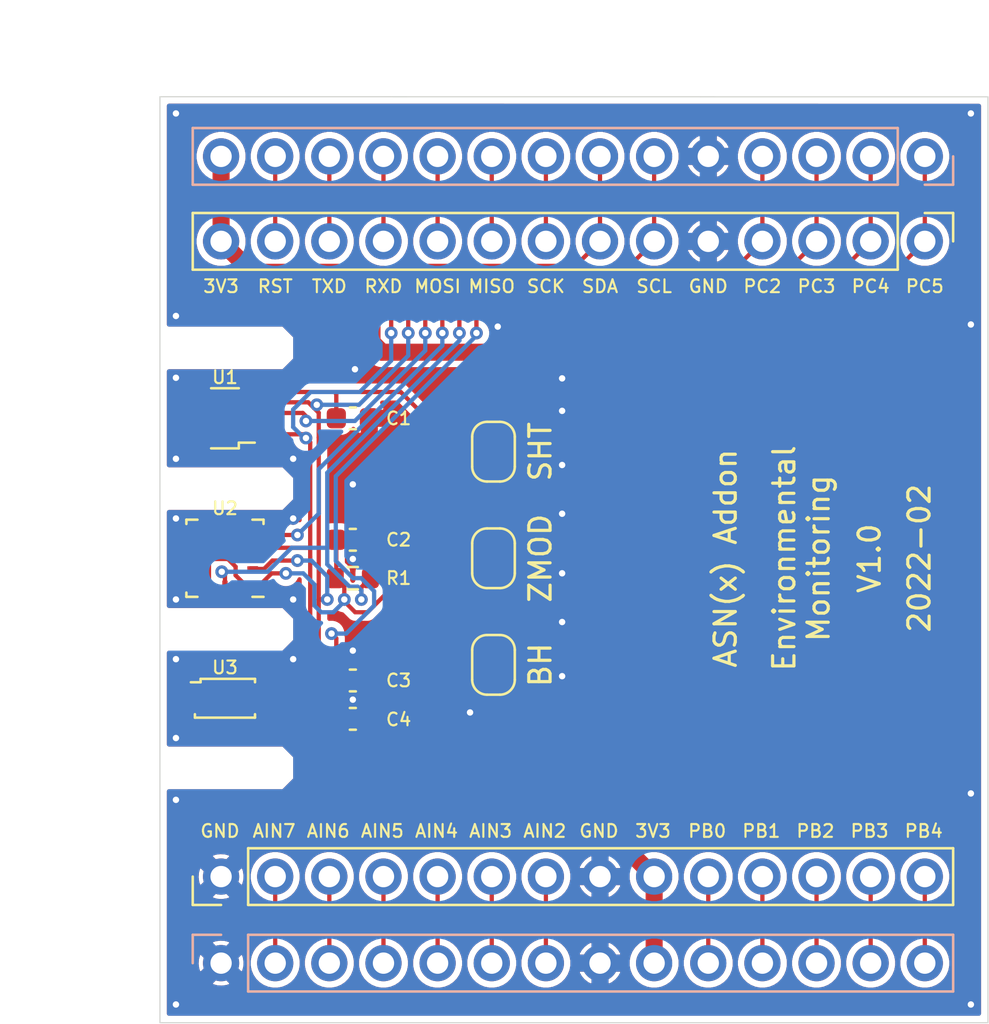
<source format=kicad_pcb>
(kicad_pcb (version 20171130) (host pcbnew 5.1.9+dfsg1-1~bpo10+1)
  (title_block (title "ASN(x) Environmental Monitoring Addon") (date 2022-02-24) (rev 1.0) (company "UAS Technikum Wien"))
  (layers (0 F.Cu signal) (31 B.Cu signal) (34 B.Paste user) (35 F.Paste user) (36 B.SilkS user) (37 F.SilkS user) (38 B.Mask user) (39 F.Mask user) (44 Edge.Cuts user))
  (net 0 "")
  (net 1 GND)
  (net 2 +3V3)
  (net 3 /I2C_SCL)
  (net 4 /I2C_SDA)
  (net 5 /PC5)
  (net 6 /RESET)
  (net 7 /TXD1)
  (net 8 /RXD1)
  (net 9 /SPI_MOSI)
  (net 10 /SPI_MISO)
  (net 11 /SPI_SCK)
  (net 12 /PC2)
  (net 13 /PC3)
  (net 14 /PC4)
  (net 15 /PB4)
  (net 16 /PB3)
  (net 17 /PB2)
  (net 18 /PB1)
  (net 19 /PB0)
  (net 20 /ADC2)
  (net 21 /ADC3)
  (net 22 /ADC4)
  (net 23 /ADC5)
  (net 24 /ADC6)
  (net 25 /ADC7)
  (net 26 /SHT_PWR)
  (net 27 /ZMOD_PWR)
  (net 28 /BH_PWR)
  (module Connector_PinHeader_2.54mm:PinHeader_1x14_P2.54mm_Vertical (layer B.Cu) (at 118.618 124.46 270)
    (fp_text reference J3 hide)
    (fp_text value ADC/GPIO hide)
    (fp_line (start -1.33 -34.35) (end 1.33 -34.35) (layer B.SilkS) (width 0.12))
    (fp_line (start -1.33 -1.27) (end -1.33 -34.35) (layer B.SilkS) (width 0.12))
    (fp_line (start 1.33 -1.27) (end 1.33 -34.35) (layer B.SilkS) (width 0.12))
    (fp_line (start -1.33 -1.27) (end 1.33 -1.27) (layer B.SilkS) (width 0.12))
    (fp_line (start -1.33 0) (end -1.33 1.33) (layer B.SilkS) (width 0.12))
    (fp_line (start -1.33 1.33) (end 0 1.33) (layer B.SilkS) (width 0.12))
    (pad 14 thru_hole oval (at 0 -33.02 270) (size 1.7 1.7) (drill 1) (layers *.Cu *.Mask) (net 15 /PB4))
    (pad 13 thru_hole oval (at 0 -30.48 270) (size 1.7 1.7) (drill 1) (layers *.Cu *.Mask) (net 16 /PB3))
    (pad 12 thru_hole oval (at 0 -27.94 270) (size 1.7 1.7) (drill 1) (layers *.Cu *.Mask) (net 17 /PB2))
    (pad 11 thru_hole oval (at 0 -25.4 270) (size 1.7 1.7) (drill 1) (layers *.Cu *.Mask) (net 18 /PB1))
    (pad 10 thru_hole oval (at 0 -22.86 270) (size 1.7 1.7) (drill 1) (layers *.Cu *.Mask) (net 19 /PB0))
    (pad 9 thru_hole oval (at 0 -20.32 270) (size 1.7 1.7) (drill 1) (layers *.Cu *.Mask) (net 2 +3V3))
    (pad 8 thru_hole oval (at 0 -17.78 270) (size 1.7 1.7) (drill 1) (layers *.Cu *.Mask) (net 1 GND))
    (pad 7 thru_hole oval (at 0 -15.24 270) (size 1.7 1.7) (drill 1) (layers *.Cu *.Mask) (net 20 /ADC2))
    (pad 6 thru_hole oval (at 0 -12.7 270) (size 1.7 1.7) (drill 1) (layers *.Cu *.Mask) (net 21 /ADC3))
    (pad 5 thru_hole oval (at 0 -10.16 270) (size 1.7 1.7) (drill 1) (layers *.Cu *.Mask) (net 22 /ADC4))
    (pad 4 thru_hole oval (at 0 -7.62 270) (size 1.7 1.7) (drill 1) (layers *.Cu *.Mask) (net 23 /ADC5))
    (pad 3 thru_hole oval (at 0 -5.08 270) (size 1.7 1.7) (drill 1) (layers *.Cu *.Mask) (net 24 /ADC6))
    (pad 2 thru_hole oval (at 0 -2.54 270) (size 1.7 1.7) (drill 1) (layers *.Cu *.Mask) (net 25 /ADC7))
    (pad 1 thru_hole circle (at 0 0 270) (size 1.7 1.7) (drill 1) (layers *.Cu *.Mask) (net 1 GND))
  )
  (module Connector_PinHeader_2.54mm:PinHeader_1x14_P2.54mm_Vertical (layer B.Cu) (at 151.638 86.614 90)
    (fp_text reference J1 hide)
    (fp_text value COM/GPIO hide)
    (fp_line (start -1.33 -34.35) (end 1.33 -34.35) (layer B.SilkS) (width 0.12))
    (fp_line (start -1.33 -1.27) (end -1.33 -34.35) (layer B.SilkS) (width 0.12))
    (fp_line (start 1.33 -1.27) (end 1.33 -34.35) (layer B.SilkS) (width 0.12))
    (fp_line (start -1.33 -1.27) (end 1.33 -1.27) (layer B.SilkS) (width 0.12))
    (fp_line (start -1.33 0) (end -1.33 1.33) (layer B.SilkS) (width 0.12))
    (fp_line (start -1.33 1.33) (end 0 1.33) (layer B.SilkS) (width 0.12))
    (pad 14 thru_hole oval (at 0 -33.02 90) (size 1.7 1.7) (drill 1) (layers *.Cu *.Mask) (net 2 +3V3))
    (pad 13 thru_hole oval (at 0 -30.48 90) (size 1.7 1.7) (drill 1) (layers *.Cu *.Mask) (net 6 /RESET))
    (pad 12 thru_hole oval (at 0 -27.94 90) (size 1.7 1.7) (drill 1) (layers *.Cu *.Mask) (net 7 /TXD1))
    (pad 11 thru_hole oval (at 0 -25.4 90) (size 1.7 1.7) (drill 1) (layers *.Cu *.Mask) (net 8 /RXD1))
    (pad 10 thru_hole oval (at 0 -22.86 90) (size 1.7 1.7) (drill 1) (layers *.Cu *.Mask) (net 9 /SPI_MOSI))
    (pad 9 thru_hole oval (at 0 -20.32 90) (size 1.7 1.7) (drill 1) (layers *.Cu *.Mask) (net 10 /SPI_MISO))
    (pad 8 thru_hole oval (at 0 -17.78 90) (size 1.7 1.7) (drill 1) (layers *.Cu *.Mask) (net 11 /SPI_SCK))
    (pad 7 thru_hole oval (at 0 -15.24 90) (size 1.7 1.7) (drill 1) (layers *.Cu *.Mask) (net 4 /I2C_SDA))
    (pad 6 thru_hole oval (at 0 -12.7 90) (size 1.7 1.7) (drill 1) (layers *.Cu *.Mask) (net 3 /I2C_SCL))
    (pad 5 thru_hole oval (at 0 -10.16 90) (size 1.7 1.7) (drill 1) (layers *.Cu *.Mask) (net 1 GND))
    (pad 4 thru_hole oval (at 0 -7.62 90) (size 1.7 1.7) (drill 1) (layers *.Cu *.Mask) (net 12 /PC2))
    (pad 3 thru_hole oval (at 0 -5.08 90) (size 1.7 1.7) (drill 1) (layers *.Cu *.Mask) (net 13 /PC3))
    (pad 2 thru_hole oval (at 0 -2.54 90) (size 1.7 1.7) (drill 1) (layers *.Cu *.Mask) (net 14 /PC4))
    (pad 1 thru_hole circle (at 0 0 90) (size 1.7 1.7) (drill 1) (layers *.Cu *.Mask) (net 5 /PC5))
  )
  (module my_footprints:ZMOD4410-12-LGA (layer F.Cu) (at 118.8 105.467 180)
    (fp_text reference U2 (at 0 2.343) (layer F.SilkS) (effects (font (size 0.6 0.6) (thickness 0.1))))
    (fp_text value ZMOD4410)
    (fp_line (start 1.81 1.81) (end 1.29 1.81) (layer F.SilkS) (width 0.12))
    (fp_line (start 1.81 1.81) (end 1.81 1.61) (layer F.SilkS) (width 0.12))
    (fp_line (start -1.81 1.81) (end -1.29 1.81) (layer F.SilkS) (width 0.12))
    (fp_line (start 1.81 -1.61) (end 1.81 -1.81) (layer F.SilkS) (width 0.12))
    (fp_line (start 1.81 -1.81) (end 1.29 -1.81) (layer F.SilkS) (width 0.12))
    (fp_line (start -1.81 1.81) (end -1.81 1.61) (layer F.SilkS) (width 0.12))
    (fp_line (start -1.81 -1.81) (end -1.29 -1.81) (layer F.SilkS) (width 0.12))
    (pad 1 smd rect (at -1.15 -0.525 45) (size 0.14142 0.14142) (layers F.Cu F.Paste F.Mask) (net 3 /I2C_SCL))
    (pad 1 smd rect (at -1.35 -0.5) (size 0.4 0.25) (layers F.Cu F.Paste F.Mask) (net 3 /I2C_SCL))
    (pad 1 smd rect (at -1.3 -0.45) (size 0.5 0.15) (layers F.Cu F.Paste F.Mask) (net 3 /I2C_SCL))
    (pad 12 smd rect (at -1 -1.3 270) (size 0.5 0.25) (layers F.Cu F.Paste F.Mask) (net 27 /ZMOD_PWR))
    (pad 11 smd rect (at 0 -1.3 270) (size 0.5 0.25) (layers F.Cu F.Paste F.Mask) (net 14 /PC4))
    (pad 10 smd rect (at 1 -1.3 270) (size 0.5 0.25) (layers F.Cu F.Paste F.Mask) (net 27 /ZMOD_PWR))
    (pad 9 smd rect (at 1.3 -0.5 180) (size 0.5 0.25) (layers F.Cu F.Paste F.Mask) (net 1 GND))
    (pad 8 smd rect (at 1.3 0 180) (size 0.5 0.25) (layers F.Cu F.Paste F.Mask))
    (pad 7 smd rect (at 1.3 0.5 180) (size 0.5 0.25) (layers F.Cu F.Paste F.Mask) (net 1 GND))
    (pad 6 smd rect (at 1 1.3 270) (size 0.5 0.25) (layers F.Cu F.Paste F.Mask) (net 1 GND))
    (pad 5 smd rect (at 0 1.3 270) (size 0.5 0.25) (layers F.Cu F.Paste F.Mask) (net 27 /ZMOD_PWR))
    (pad 4 smd rect (at -1 1.3 270) (size 0.5 0.25) (layers F.Cu F.Paste F.Mask))
    (pad 3 smd rect (at -1.3 0.5 180) (size 0.5 0.25) (layers F.Cu F.Paste F.Mask) (net 13 /PC3))
    (pad 2 smd rect (at -1.3 0 180) (size 0.5 0.25) (layers F.Cu F.Paste F.Mask) (net 4 /I2C_SDA))
  )
  (module my_footprints:Sensirion_DFN-8-1EP_2.5x2.5mm_P0.5mm_EP1.1x1.7mm (layer F.Cu) (at 118.8 98.9005 180)
    (fp_text reference U1 (at 0 1.9233) (layer F.SilkS) (effects (font (size 0.6 0.6) (thickness 0.1))))
    (fp_text value SHT30-DIS)
    (fp_line (start -0.65 1.41) (end 0.65 1.41) (layer F.SilkS) (width 0.12))
    (fp_line (start -0.65 -1.41) (end 0.65 -1.41) (layer F.SilkS) (width 0.12))
    (fp_line (start -1.397 -1.143) (end -0.65 -1.143) (layer F.SilkS) (width 0.12))
    (fp_line (start -0.65 -1.41) (end -0.65 -1.143) (layer F.SilkS) (width 0.12))
    (pad 1 smd rect (at -1.175 -0.75 180) (size 0.55 0.25) (layers F.Cu F.Paste F.Mask) (net 4 /I2C_SDA))
    (pad 2 smd rect (at -1.175 -0.25 180) (size 0.55 0.25) (layers F.Cu F.Paste F.Mask) (net 1 GND))
    (pad 3 smd rect (at -1.175 0.25 180) (size 0.55 0.25) (layers F.Cu F.Paste F.Mask) (net 12 /PC2))
    (pad 4 smd rect (at -1.175 0.75) (size 0.55 0.25) (layers F.Cu F.Paste F.Mask) (net 3 /I2C_SCL))
    (pad 5 smd rect (at 1.175 0.75 180) (size 0.55 0.25) (layers F.Cu F.Paste F.Mask) (net 26 /SHT_PWR))
    (pad 6 smd rect (at 1.175 0.25 180) (size 0.55 0.25) (layers F.Cu F.Paste F.Mask))
    (pad 7 smd rect (at 1.175 -0.25 180) (size 0.55 0.25) (layers F.Cu F.Paste F.Mask) (net 1 GND))
    (pad 8 smd rect (at 1.175 -0.75 180) (size 0.55 0.25) (layers F.Cu F.Paste F.Mask) (net 1 GND))
    (pad 9 smd custom (at 0 0 180) (size 1 1) (layers F.Cu F.Mask) (net 1 GND) (options (clearance outline) (anchor circle)) (primitives (gr_poly (pts (xy 0.5 0.85) (xy -0.5 0.85) (xy -0.5 -0.55) (xy -0.2 -0.85) (xy 0.5 -0.85)) (width 0))))
  )
  (module my_footprints:BH1750FVI-WSOF6I (layer F.Cu) (at 118.8 112.0335)
    (fp_text reference U3 (at 0 -1.4419) (layer F.SilkS) (effects (font (size 0.6 0.6) (thickness 0.1))))
    (fp_text value BH1750FVI)
    (fp_line (start -1.6 -0.75) (end -1.143 -0.75) (layer F.SilkS) (width 0.12))
    (fp_line (start -1.143 -0.91) (end -1.143 -0.75) (layer F.SilkS) (width 0.12))
    (fp_line (start 1.41 -0.91) (end 1.41 -0.75) (layer F.SilkS) (width 0.12))
    (fp_line (start 1.41 -0.91) (end -1.143 -0.91) (layer F.SilkS) (width 0.12))
    (fp_line (start 1.41 0.75) (end 1.41 0.91) (layer F.SilkS) (width 0.12))
    (fp_line (start -1.41 0.91) (end -1.41 0.75) (layer F.SilkS) (width 0.12))
    (fp_line (start 1.41 0.91) (end -1.41 0.91) (layer F.SilkS) (width 0.12))
    (pad 6 smd rect (at 1.375 -0.5 180) (size 0.55 0.25) (layers F.Cu F.Paste F.Mask) (net 3 /I2C_SCL))
    (pad 5 smd rect (at 1.375 0 180) (size 0.55 0.25) (layers F.Cu F.Paste F.Mask) (net 5 /PC5))
    (pad 4 smd rect (at 1.375 0.5 180) (size 0.55 0.25) (layers F.Cu F.Paste F.Mask) (net 4 /I2C_SDA))
    (pad 3 smd rect (at -1.375 0.5 180) (size 0.55 0.25) (layers F.Cu F.Paste F.Mask) (net 1 GND))
    (pad 1 smd rect (at -1.375 -0.5 180) (size 0.55 0.3) (layers F.Cu F.Paste F.Mask) (net 28 /BH_PWR))
    (pad 2 smd rect (at -1.375 0 180) (size 0.55 0.25) (layers F.Cu F.Paste F.Mask) (net 1 GND))
  )
  (module Resistor_SMD:R_0603_1608Metric (layer F.Cu) (at 124.8 106.4)
    (fp_text reference R1 (at 2.1492 0) (layer F.SilkS) (effects (font (size 0.6 0.6) (thickness 0.1))))
    (fp_text value 4k7)
    (fp_line (start -0.237258 -0.5225) (end 0.237258 -0.5225) (layer F.SilkS) (width 0.12))
    (fp_line (start -0.237258 0.5225) (end 0.237258 0.5225) (layer F.SilkS) (width 0.12))
    (pad 2 smd roundrect (at 0.825 0) (size 0.8 0.95) (layers F.Cu F.Paste F.Mask) (net 14 /PC4))
    (pad 1 smd roundrect (at -0.825 0) (size 0.8 0.95) (layers F.Cu F.Paste F.Mask) (net 27 /ZMOD_PWR))
  )
  (module Jumper:SolderJumper-2_P1.3mm_Bridged_RoundedPad1.0x1.5mm (layer F.Cu) (at 131.4 110.467 270)
    (fp_text reference JP3 hide)
    (fp_text value EN_BH hide)
    (fp_line (start -1.4 0.3) (end -1.4 -0.3) (layer F.SilkS) (width 0.12))
    (fp_line (start 0.7 1) (end -0.7 1) (layer F.SilkS) (width 0.12))
    (fp_line (start 1.4 -0.3) (end 1.4 0.3) (layer F.SilkS) (width 0.12))
    (fp_line (start -0.7 -1) (end 0.7 -1) (layer F.SilkS) (width 0.12))
    (fp_poly (pts (xy 0.25 -0.3) (xy -0.25 -0.3) (xy -0.25 0.3) (xy 0.25 0.3)) (layer F.Cu) (width 0))
    (fp_arc (start -0.7 -0.3) (end -0.7 -1) (angle -90) (layer F.SilkS) (width 0.12))
    (fp_arc (start -0.7 0.3) (end -1.4 0.3) (angle -90) (layer F.SilkS) (width 0.12))
    (fp_arc (start 0.7 0.3) (end 0.7 1) (angle -90) (layer F.SilkS) (width 0.12))
    (fp_arc (start 0.7 -0.3) (end 1.4 -0.3) (angle -90) (layer F.SilkS) (width 0.12))
    (pad 1 smd custom (at -0.65 0 270) (size 1 0.5) (layers F.Cu F.Mask) (net 2 +3V3) (options (clearance outline) (anchor rect)) (primitives (gr_circle (center 0 0.25) (end 0.5 0.25) (width 0)) (gr_circle (center 0 -0.25) (end 0.5 -0.25) (width 0)) (gr_poly (pts (xy 0 -0.75) (xy 0.5 -0.75) (xy 0.5 0.75) (xy 0 0.75)) (width 0))))
    (pad 2 smd custom (at 0.65 0 270) (size 1 0.5) (layers F.Cu F.Mask) (net 28 /BH_PWR) (options (clearance outline) (anchor rect)) (primitives (gr_circle (center 0 0.25) (end 0.5 0.25) (width 0)) (gr_circle (center 0 -0.25) (end 0.5 -0.25) (width 0)) (gr_poly (pts (xy 0 -0.75) (xy -0.5 -0.75) (xy -0.5 0.75) (xy 0 0.75)) (width 0))))
  )
  (module Jumper:SolderJumper-2_P1.3mm_Bridged_RoundedPad1.0x1.5mm (layer F.Cu) (at 131.4 105.467 270)
    (fp_text reference JP2 hide)
    (fp_text value EN_ZMOD hide)
    (fp_line (start -1.4 0.3) (end -1.4 -0.3) (layer F.SilkS) (width 0.12))
    (fp_line (start 0.7 1) (end -0.7 1) (layer F.SilkS) (width 0.12))
    (fp_line (start 1.4 -0.3) (end 1.4 0.3) (layer F.SilkS) (width 0.12))
    (fp_line (start -0.7 -1) (end 0.7 -1) (layer F.SilkS) (width 0.12))
    (fp_poly (pts (xy 0.25 -0.3) (xy -0.25 -0.3) (xy -0.25 0.3) (xy 0.25 0.3)) (layer F.Cu) (width 0))
    (fp_arc (start -0.7 -0.3) (end -0.7 -1) (angle -90) (layer F.SilkS) (width 0.12))
    (fp_arc (start -0.7 0.3) (end -1.4 0.3) (angle -90) (layer F.SilkS) (width 0.12))
    (fp_arc (start 0.7 0.3) (end 0.7 1) (angle -90) (layer F.SilkS) (width 0.12))
    (fp_arc (start 0.7 -0.3) (end 1.4 -0.3) (angle -90) (layer F.SilkS) (width 0.12))
    (pad 1 smd custom (at -0.65 0 270) (size 1 0.5) (layers F.Cu F.Mask) (net 2 +3V3) (options (clearance outline) (anchor rect)) (primitives (gr_circle (center 0 0.25) (end 0.5 0.25) (width 0)) (gr_circle (center 0 -0.25) (end 0.5 -0.25) (width 0)) (gr_poly (pts (xy 0 -0.75) (xy 0.5 -0.75) (xy 0.5 0.75) (xy 0 0.75)) (width 0))))
    (pad 2 smd custom (at 0.65 0 270) (size 1 0.5) (layers F.Cu F.Mask) (net 27 /ZMOD_PWR) (options (clearance outline) (anchor rect)) (primitives (gr_circle (center 0 0.25) (end 0.5 0.25) (width 0)) (gr_circle (center 0 -0.25) (end 0.5 -0.25) (width 0)) (gr_poly (pts (xy 0 -0.75) (xy -0.5 -0.75) (xy -0.5 0.75) (xy 0 0.75)) (width 0))))
  )
  (module Jumper:SolderJumper-2_P1.3mm_Bridged_RoundedPad1.0x1.5mm (layer F.Cu) (at 131.4 100.467 270)
    (fp_text reference JP1 hide)
    (fp_text value EN_SHT hide)
    (fp_line (start -1.4 0.3) (end -1.4 -0.3) (layer F.SilkS) (width 0.12))
    (fp_line (start 0.7 1) (end -0.7 1) (layer F.SilkS) (width 0.12))
    (fp_line (start 1.4 -0.3) (end 1.4 0.3) (layer F.SilkS) (width 0.12))
    (fp_line (start -0.7 -1) (end 0.7 -1) (layer F.SilkS) (width 0.12))
    (fp_poly (pts (xy 0.25 -0.3) (xy -0.25 -0.3) (xy -0.25 0.3) (xy 0.25 0.3)) (layer F.Cu) (width 0))
    (fp_arc (start -0.7 -0.3) (end -0.7 -1) (angle -90) (layer F.SilkS) (width 0.12))
    (fp_arc (start -0.7 0.3) (end -1.4 0.3) (angle -90) (layer F.SilkS) (width 0.12))
    (fp_arc (start 0.7 0.3) (end 0.7 1) (angle -90) (layer F.SilkS) (width 0.12))
    (fp_arc (start 0.7 -0.3) (end 1.4 -0.3) (angle -90) (layer F.SilkS) (width 0.12))
    (pad 1 smd custom (at -0.65 0 270) (size 1 0.5) (layers F.Cu F.Mask) (net 2 +3V3) (options (clearance outline) (anchor rect)) (primitives (gr_circle (center 0 0.25) (end 0.5 0.25) (width 0)) (gr_circle (center 0 -0.25) (end 0.5 -0.25) (width 0)) (gr_poly (pts (xy 0 -0.75) (xy 0.5 -0.75) (xy 0.5 0.75) (xy 0 0.75)) (width 0))))
    (pad 2 smd custom (at 0.65 0 270) (size 1 0.5) (layers F.Cu F.Mask) (net 26 /SHT_PWR) (options (clearance outline) (anchor rect)) (primitives (gr_circle (center 0 0.25) (end 0.5 0.25) (width 0)) (gr_circle (center 0 -0.25) (end 0.5 -0.25) (width 0)) (gr_poly (pts (xy 0 -0.75) (xy -0.5 -0.75) (xy -0.5 0.75) (xy 0 0.75)) (width 0))))
  )
  (module Connector_PinHeader_2.54mm:PinHeader_1x14_P2.54mm_Vertical (layer F.Cu) (at 118.618 120.4 90)
    (fp_text reference J4 hide)
    (fp_text value ADC/GPIO hide)
    (fp_line (start -1.33 34.35) (end 1.33 34.35) (layer F.SilkS) (width 0.12))
    (fp_line (start -1.33 1.27) (end -1.33 34.35) (layer F.SilkS) (width 0.12))
    (fp_line (start 1.33 1.27) (end 1.33 34.35) (layer F.SilkS) (width 0.12))
    (fp_line (start -1.33 1.27) (end 1.33 1.27) (layer F.SilkS) (width 0.12))
    (fp_line (start -1.33 0) (end -1.33 -1.33) (layer F.SilkS) (width 0.12))
    (fp_line (start -1.33 -1.33) (end 0 -1.33) (layer F.SilkS) (width 0.12))
    (pad 14 thru_hole oval (at 0 33.02 90) (size 1.7 1.7) (drill 1) (layers *.Cu *.Mask) (net 15 /PB4))
    (pad 13 thru_hole oval (at 0 30.48 90) (size 1.7 1.7) (drill 1) (layers *.Cu *.Mask) (net 16 /PB3))
    (pad 12 thru_hole oval (at 0 27.94 90) (size 1.7 1.7) (drill 1) (layers *.Cu *.Mask) (net 17 /PB2))
    (pad 11 thru_hole oval (at 0 25.4 90) (size 1.7 1.7) (drill 1) (layers *.Cu *.Mask) (net 18 /PB1))
    (pad 10 thru_hole oval (at 0 22.86 90) (size 1.7 1.7) (drill 1) (layers *.Cu *.Mask) (net 19 /PB0))
    (pad 9 thru_hole oval (at 0 20.32 90) (size 1.7 1.7) (drill 1) (layers *.Cu *.Mask) (net 2 +3V3))
    (pad 8 thru_hole oval (at 0 17.78 90) (size 1.7 1.7) (drill 1) (layers *.Cu *.Mask) (net 1 GND))
    (pad 7 thru_hole oval (at 0 15.24 90) (size 1.7 1.7) (drill 1) (layers *.Cu *.Mask) (net 20 /ADC2))
    (pad 6 thru_hole oval (at 0 12.7 90) (size 1.7 1.7) (drill 1) (layers *.Cu *.Mask) (net 21 /ADC3))
    (pad 5 thru_hole oval (at 0 10.16 90) (size 1.7 1.7) (drill 1) (layers *.Cu *.Mask) (net 22 /ADC4))
    (pad 4 thru_hole oval (at 0 7.62 90) (size 1.7 1.7) (drill 1) (layers *.Cu *.Mask) (net 23 /ADC5))
    (pad 3 thru_hole oval (at 0 5.08 90) (size 1.7 1.7) (drill 1) (layers *.Cu *.Mask) (net 24 /ADC6))
    (pad 2 thru_hole oval (at 0 2.54 90) (size 1.7 1.7) (drill 1) (layers *.Cu *.Mask) (net 25 /ADC7))
    (pad 1 thru_hole circle (at 0 0 90) (size 1.7 1.7) (drill 1) (layers *.Cu *.Mask) (net 1 GND))
  )
  (module Connector_PinHeader_2.54mm:PinHeader_1x14_P2.54mm_Vertical (layer F.Cu) (at 151.638 90.6 270)
    (fp_text reference J2 hide)
    (fp_text value COM/GPIO hide)
    (fp_line (start -1.33 34.35) (end 1.33 34.35) (layer F.SilkS) (width 0.12))
    (fp_line (start -1.33 1.27) (end -1.33 34.35) (layer F.SilkS) (width 0.12))
    (fp_line (start 1.33 1.27) (end 1.33 34.35) (layer F.SilkS) (width 0.12))
    (fp_line (start -1.33 1.27) (end 1.33 1.27) (layer F.SilkS) (width 0.12))
    (fp_line (start -1.33 0) (end -1.33 -1.33) (layer F.SilkS) (width 0.12))
    (fp_line (start -1.33 -1.33) (end 0 -1.33) (layer F.SilkS) (width 0.12))
    (pad 14 thru_hole oval (at 0 33.02 270) (size 1.7 1.7) (drill 1) (layers *.Cu *.Mask) (net 2 +3V3))
    (pad 13 thru_hole oval (at 0 30.48 270) (size 1.7 1.7) (drill 1) (layers *.Cu *.Mask) (net 6 /RESET))
    (pad 12 thru_hole oval (at 0 27.94 270) (size 1.7 1.7) (drill 1) (layers *.Cu *.Mask) (net 7 /TXD1))
    (pad 11 thru_hole oval (at 0 25.4 270) (size 1.7 1.7) (drill 1) (layers *.Cu *.Mask) (net 8 /RXD1))
    (pad 10 thru_hole oval (at 0 22.86 270) (size 1.7 1.7) (drill 1) (layers *.Cu *.Mask) (net 9 /SPI_MOSI))
    (pad 9 thru_hole oval (at 0 20.32 270) (size 1.7 1.7) (drill 1) (layers *.Cu *.Mask) (net 10 /SPI_MISO))
    (pad 8 thru_hole oval (at 0 17.78 270) (size 1.7 1.7) (drill 1) (layers *.Cu *.Mask) (net 11 /SPI_SCK))
    (pad 7 thru_hole oval (at 0 15.24 270) (size 1.7 1.7) (drill 1) (layers *.Cu *.Mask) (net 4 /I2C_SDA))
    (pad 6 thru_hole oval (at 0 12.7 270) (size 1.7 1.7) (drill 1) (layers *.Cu *.Mask) (net 3 /I2C_SCL))
    (pad 5 thru_hole oval (at 0 10.16 270) (size 1.7 1.7) (drill 1) (layers *.Cu *.Mask) (net 1 GND))
    (pad 4 thru_hole oval (at 0 7.62 270) (size 1.7 1.7) (drill 1) (layers *.Cu *.Mask) (net 12 /PC2))
    (pad 3 thru_hole oval (at 0 5.08 270) (size 1.7 1.7) (drill 1) (layers *.Cu *.Mask) (net 13 /PC3))
    (pad 2 thru_hole oval (at 0 2.54 270) (size 1.7 1.7) (drill 1) (layers *.Cu *.Mask) (net 14 /PC4))
    (pad 1 thru_hole circle (at 0 0 270) (size 1.7 1.7) (drill 1) (layers *.Cu *.Mask) (net 5 /PC5))
  )
  (module Capacitor_SMD:C_0603_1608Metric (layer F.Cu) (at 124.8 113)
    (fp_text reference C4 (at 2.1492 0.03) (layer F.SilkS) (effects (font (size 0.6 0.6) (thickness 0.1))))
    (fp_text value 100n)
    (fp_line (start -0.14058 -0.51) (end 0.14058 -0.51) (layer F.SilkS) (width 0.12))
    (fp_line (start -0.14058 0.51) (end 0.14058 0.51) (layer F.SilkS) (width 0.12))
    (pad 2 smd roundrect (at 0.775 0) (size 0.9 0.95) (layers F.Cu F.Paste F.Mask) (net 1 GND))
    (pad 1 smd roundrect (at -0.775 0) (size 0.9 0.95) (layers F.Cu F.Paste F.Mask) (net 28 /BH_PWR))
  )
  (module Capacitor_SMD:C_0603_1608Metric (layer F.Cu) (at 124.8 111.2)
    (fp_text reference C3 (at 2.1492 0.0012) (layer F.SilkS) (effects (font (size 0.6 0.6) (thickness 0.1))))
    (fp_text value 100n)
    (fp_line (start -0.14058 -0.51) (end 0.14058 -0.51) (layer F.SilkS) (width 0.12))
    (fp_line (start -0.14058 0.51) (end 0.14058 0.51) (layer F.SilkS) (width 0.12))
    (pad 2 smd roundrect (at 0.775 0) (size 0.9 0.95) (layers F.Cu F.Paste F.Mask) (net 1 GND))
    (pad 1 smd roundrect (at -0.775 0) (size 0.9 0.95) (layers F.Cu F.Paste F.Mask) (net 5 /PC5))
  )
  (module Capacitor_SMD:C_0603_1608Metric (layer F.Cu) (at 124.8 104.6)
    (fp_text reference C2 (at 2.1492 0) (layer F.SilkS) (effects (font (size 0.6 0.6) (thickness 0.1))))
    (fp_text value 100n)
    (fp_line (start -0.14058 -0.51) (end 0.14058 -0.51) (layer F.SilkS) (width 0.12))
    (fp_line (start -0.14058 0.51) (end 0.14058 0.51) (layer F.SilkS) (width 0.12))
    (pad 2 smd roundrect (at 0.775 0) (size 0.9 0.95) (layers F.Cu F.Paste F.Mask) (net 1 GND))
    (pad 1 smd roundrect (at -0.775 0) (size 0.9 0.95) (layers F.Cu F.Paste F.Mask) (net 27 /ZMOD_PWR))
  )
  (module Capacitor_SMD:C_0603_1608Metric (layer F.Cu) (at 124.8 98.9005)
    (fp_text reference C1 (at 2.1492 0.0071) (layer F.SilkS) (effects (font (size 0.6 0.6) (thickness 0.1))))
    (fp_text value 100n)
    (fp_line (start -0.14058 -0.51) (end 0.14058 -0.51) (layer F.SilkS) (width 0.12))
    (fp_line (start -0.14058 0.51) (end 0.14058 0.51) (layer F.SilkS) (width 0.12))
    (pad 2 smd roundrect (at 0.775 0) (size 0.9 0.95) (layers F.Cu F.Paste F.Mask) (net 1 GND))
    (pad 1 smd roundrect (at -0.775 0) (size 0.9 0.95) (layers F.Cu F.Paste F.Mask) (net 26 /SHT_PWR))
  )
  (gr_text AIN4 (at 128.7272 118.2624) (layer F.SilkS) (effects (font (size 0.6 0.6) (thickness 0.1))))
  (gr_text AIN3 (at 131.2672 118.2624) (layer F.SilkS) (effects (font (size 0.6 0.6) (thickness 0.1))))
  (gr_text AIN6 (at 123.6472 118.2624) (layer F.SilkS) (effects (font (size 0.6 0.6) (thickness 0.1))))
  (gr_text PB1 (at 143.9672 118.2624) (layer F.SilkS) (effects (font (size 0.6 0.6) (thickness 0.1))))
  (gr_text AIN7 (at 121.1072 118.2624) (layer F.SilkS) (effects (font (size 0.6 0.6) (thickness 0.1))))
  (gr_text PB3 (at 149.0472 118.2624) (layer F.SilkS) (effects (font (size 0.6 0.6) (thickness 0.1))))
  (gr_text GND (at 136.3472 118.2624) (layer F.SilkS) (effects (font (size 0.6 0.6) (thickness 0.1))))
  (gr_text AIN2 (at 133.8072 118.2624) (layer F.SilkS) (effects (font (size 0.6 0.6) (thickness 0.1))))
  (gr_text PB4 (at 151.5872 118.2624) (layer F.SilkS) (effects (font (size 0.6 0.6) (thickness 0.1))))
  (gr_text AIN5 (at 126.1872 118.2624) (layer F.SilkS) (effects (font (size 0.6 0.6) (thickness 0.1))))
  (gr_text GND (at 118.5672 118.2624) (layer F.SilkS) (effects (font (size 0.6 0.6) (thickness 0.1))))
  (gr_text 3V3 (at 138.8872 118.2624) (layer F.SilkS) (effects (font (size 0.6 0.6) (thickness 0.1))))
  (gr_text PB0 (at 141.4272 118.2624) (layer F.SilkS) (effects (font (size 0.6 0.6) (thickness 0.1))))
  (gr_text PB2 (at 146.5072 118.2624) (layer F.SilkS) (effects (font (size 0.6 0.6) (thickness 0.1))))
  (gr_text PC5 (at 151.638 92.71) (layer F.SilkS) (effects (font (size 0.6 0.6) (thickness 0.1))))
  (gr_text PC4 (at 149.098 92.71) (layer F.SilkS) (effects (font (size 0.6 0.6) (thickness 0.1))))
  (gr_text PC3 (at 146.558 92.71) (layer F.SilkS) (effects (font (size 0.6 0.6) (thickness 0.1))))
  (gr_text PC2 (at 144.018 92.71) (layer F.SilkS) (effects (font (size 0.6 0.6) (thickness 0.1))))
  (gr_text GND (at 141.478 92.71) (layer F.SilkS) (effects (font (size 0.6 0.6) (thickness 0.1))))
  (gr_text SCL (at 138.938 92.71) (layer F.SilkS) (effects (font (size 0.6 0.6) (thickness 0.1))))
  (gr_text SDA (at 136.398 92.71) (layer F.SilkS) (effects (font (size 0.6 0.6) (thickness 0.1))))
  (gr_text SCK (at 133.858 92.71) (layer F.SilkS) (effects (font (size 0.6 0.6) (thickness 0.1))))
  (gr_text MISO (at 131.318 92.71) (layer F.SilkS) (effects (font (size 0.6 0.6) (thickness 0.1))))
  (gr_text MOSI (at 128.778 92.71) (layer F.SilkS) (effects (font (size 0.6 0.6) (thickness 0.1))))
  (gr_text RXD (at 126.238 92.71) (layer F.SilkS) (effects (font (size 0.6 0.6) (thickness 0.1))))
  (gr_text TXD (at 123.698 92.71) (layer F.SilkS) (effects (font (size 0.6 0.6) (thickness 0.1))))
  (gr_text RST (at 121.158 92.71) (layer F.SilkS) (effects (font (size 0.6 0.6) (thickness 0.1))))
  (gr_text "Environmental\nMonitoring" (at 145.8468 105.467 90) (layer F.SilkS) (effects (font (size 1 1))))
  (gr_text V1.0 (at 149.0472 105.467 90) (layer F.SilkS) (effects (font (size 1 1))))
  (gr_text BH (at 133.6 110.467 90) (layer F.SilkS) (effects (font (size 1 1))))
  (gr_text ZMOD (at 133.6 105.467 90) (layer F.SilkS) (effects (font (size 1 1))))
  (gr_text SHT (at 133.6 100.467 90) (layer F.SilkS) (effects (font (size 1 1))))
  (gr_text 3V3 (at 118.618 92.71) (layer F.SilkS) (effects (font (size 0.6 0.6) (thickness 0.1))))
  (gr_text 2022-02 (at 151.384 105.467 90) (layer F.SilkS) (effects (font (size 1 1))))
  (gr_text "ASN(x) Addon" (at 142.2908 105.467 90) (layer F.SilkS) (effects (font (size 1 1))))
  (gr_line (start 154.6 83.82) (end 154.6 127.254) (layer Edge.Cuts) (width 0.05))
  (gr_line (start 115.75 83.816) (end 154.6 83.82) (layer Edge.Cuts) (width 0.05))
  (gr_line (start 115.75 127.254) (end 154.6 127.254) (layer Edge.Cuts) (width 0.05))
  (gr_line (start 115.75 83.816) (end 115.75 127.25) (layer Edge.Cuts) (width 0.05))
  (segment (start 141.478 86.614) (end 141.478 90.6) (width 0.2) (layer F.Cu) (net 1))
  (segment (start 117.625 99.6505) (end 117.625 99.1505) (width 0.2) (layer F.Cu) (net 1))
  (segment (start 118.55 99.1505) (end 118.8 98.9005) (width 0.2) (layer F.Cu) (net 1))
  (segment (start 117.625 99.1505) (end 118.55 99.1505) (width 0.2) (layer F.Cu) (net 1))
  (segment (start 119.05 99.1505) (end 118.8 98.9005) (width 0.2) (layer F.Cu) (net 1))
  (segment (start 119.975 99.1505) (end 119.05 99.1505) (width 0.2) (layer F.Cu) (net 1))
  (segment (start 117.425 112.0335) (end 117.425 112.5335) (width 0.2) (layer F.Cu) (net 1))
  (via (at 124.8 102) (size 0.6) (drill 0.3) (layers F.Cu B.Cu) (net 1))
  (via (at 116.5 100.8) (size 0.6) (drill 0.3) (layers F.Cu B.Cu) (net 1))
  (via (at 124.8 105.5) (size 0.6) (drill 0.3) (layers F.Cu B.Cu) (net 1))
  (via (at 124.8 112.1) (size 0.6) (drill 0.3) (layers F.Cu B.Cu) (net 1))
  (via (at 116.5 107.4) (size 0.6) (drill 0.3) (layers F.Cu B.Cu) (net 1))
  (via (at 116.5 103.6) (size 0.6) (drill 0.3) (layers F.Cu B.Cu) (net 1))
  (via (at 116.5 110.2) (size 0.6) (drill 0.3) (layers F.Cu B.Cu) (net 1))
  (via (at 122 110.2) (size 0.6) (drill 0.3) (layers F.Cu B.Cu) (net 1))
  (via (at 134.62 103.378) (size 0.6) (drill 0.3) (layers F.Cu B.Cu) (net 1))
  (via (at 134.62 108.458) (size 0.6) (drill 0.3) (layers F.Cu B.Cu) (net 1))
  (via (at 116.5 97) (size 0.6) (drill 0.3) (layers F.Cu B.Cu) (net 1))
  (via (at 116.5 113.9) (size 0.6) (drill 0.3) (layers F.Cu B.Cu) (net 1))
  (via (at 116.5 116.8) (size 0.6) (drill 0.3) (layers F.Cu B.Cu) (net 1))
  (via (at 116.5 94.1) (size 0.6) (drill 0.3) (layers F.Cu B.Cu) (net 1))
  (via (at 116.5 126.4) (size 0.6) (drill 0.3) (layers F.Cu B.Cu) (net 1))
  (via (at 116.5 84.6) (size 0.6) (drill 0.3) (layers F.Cu B.Cu) (net 1))
  (via (at 153.8 84.6) (size 0.6) (drill 0.3) (layers F.Cu B.Cu) (net 1))
  (via (at 153.8 94.5) (size 0.6) (drill 0.3) (layers F.Cu B.Cu) (net 1))
  (via (at 153.8 116.5) (size 0.6) (drill 0.3) (layers F.Cu B.Cu) (net 1))
  (via (at 153.8 126.4) (size 0.6) (drill 0.3) (layers F.Cu B.Cu) (net 1))
  (via (at 124.9 96.6) (size 0.6) (drill 0.3) (layers F.Cu B.Cu) (net 1))
  (via (at 122 103.6) (size 0.6) (drill 0.3) (layers F.Cu B.Cu) (net 1))
  (via (at 122 100.8) (size 0.6) (drill 0.3) (layers F.Cu B.Cu) (net 1))
  (segment (start 117.5 105.967) (end 116.967 105.967) (width 0.2) (layer F.Cu) (net 1))
  (segment (start 116.967 105.967) (end 116.8 105.8) (width 0.2) (layer F.Cu) (net 1))
  (segment (start 117.5 104.967) (end 116.933 104.967) (width 0.2) (layer F.Cu) (net 1))
  (segment (start 116.8 105.1) (end 116.8 105.8) (width 0.2) (layer F.Cu) (net 1))
  (segment (start 116.933 104.967) (end 116.8 105.1) (width 0.2) (layer F.Cu) (net 1))
  (segment (start 117.8 104.167) (end 117.033 104.167) (width 0.2) (layer F.Cu) (net 1))
  (segment (start 116.8 104.4) (end 116.8 105.1) (width 0.2) (layer F.Cu) (net 1))
  (segment (start 117.033 104.167) (end 116.8 104.4) (width 0.2) (layer F.Cu) (net 1))
  (via (at 122 107.4) (size 0.6) (drill 0.3) (layers F.Cu B.Cu) (net 1))
  (via (at 124.8 109.8) (size 0.6) (drill 0.3) (layers F.Cu B.Cu) (net 1))
  (via (at 130.3 112.7) (size 0.6) (drill 0.3) (layers F.Cu B.Cu) (net 1))
  (via (at 134.62 110.998) (size 0.6) (drill 0.3) (layers F.Cu B.Cu) (net 1))
  (via (at 134.62 98.552) (size 0.6) (drill 0.3) (layers F.Cu B.Cu) (net 1))
  (via (at 131.6 94.6) (size 0.6) (drill 0.3) (layers F.Cu B.Cu) (net 1))
  (via (at 134.62 106.172) (size 0.6) (drill 0.3) (layers F.Cu B.Cu) (net 1))
  (via (at 134.62 101.092) (size 0.6) (drill 0.3) (layers F.Cu B.Cu) (net 1))
  (via (at 134.62 97.028) (size 0.6) (drill 0.3) (layers F.Cu B.Cu) (net 1))
  (segment (start 138.938 124.46) (end 138.938 120.4) (width 0.8) (layer F.Cu) (net 2))
  (segment (start 118.618 86.614) (end 118.618 90.6) (width 0.8) (layer F.Cu) (net 2))
  (segment (start 118.618 90.6) (end 120.068001 92.050001) (width 0.8) (layer F.Cu) (net 2))
  (segment (start 120.068001 92.050001) (end 124.450001 92.050001) (width 0.8) (layer F.Cu) (net 2))
  (segment (start 124.450001 92.050001) (end 125.699984 93.299984) (width 0.8) (layer F.Cu) (net 2))
  (segment (start 125.699984 93.299984) (end 125.699984 95.332001) (width 0.8) (layer F.Cu) (net 2))
  (segment (start 135.89 117.352) (end 138.938 120.4) (width 0.8) (layer F.Cu) (net 2))
  (segment (start 135.801 109.817) (end 135.89 109.728) (width 0.8) (layer F.Cu) (net 2))
  (segment (start 131.4 109.817) (end 135.801 109.817) (width 0.8) (layer F.Cu) (net 2))
  (segment (start 135.89 109.728) (end 135.89 117.352) (width 0.8) (layer F.Cu) (net 2))
  (segment (start 135.721 104.817) (end 135.89 104.648) (width 0.8) (layer F.Cu) (net 2))
  (segment (start 131.4 104.817) (end 135.721 104.817) (width 0.8) (layer F.Cu) (net 2))
  (segment (start 135.89 104.648) (end 135.89 109.728) (width 0.8) (layer F.Cu) (net 2))
  (segment (start 126.167984 95.800001) (end 135.170001 95.800001) (width 0.8) (layer F.Cu) (net 2))
  (segment (start 125.699984 95.332001) (end 126.167984 95.800001) (width 0.8) (layer F.Cu) (net 2))
  (segment (start 135.170001 95.800001) (end 135.89 96.52) (width 0.8) (layer F.Cu) (net 2))
  (segment (start 135.641 99.817) (end 135.89 99.568) (width 0.8) (layer F.Cu) (net 2))
  (segment (start 131.4 99.817) (end 135.641 99.817) (width 0.8) (layer F.Cu) (net 2))
  (segment (start 135.89 96.52) (end 135.89 99.568) (width 0.8) (layer F.Cu) (net 2))
  (segment (start 135.89 99.568) (end 135.89 104.648) (width 0.8) (layer F.Cu) (net 2))
  (segment (start 138.938 86.614) (end 138.938 90.6) (width 0.2) (layer F.Cu) (net 3))
  (segment (start 119.975 98.1505) (end 122.709302 98.1505) (width 0.2) (layer F.Cu) (net 3))
  (segment (start 123.0665 111.5335) (end 120.175 111.5335) (width 0.2) (layer F.Cu) (net 3))
  (segment (start 123.2 111.4) (end 123.0665 111.5335) (width 0.2) (layer F.Cu) (net 3))
  (segment (start 123.2 107.4) (end 123.2 111.4) (width 0.2) (layer F.Cu) (net 3))
  (via (at 123.6 107.4) (size 0.6) (drill 0.3) (layers F.Cu B.Cu) (net 3))
  (segment (start 123.6 107.4) (end 123.2 107.4) (width 0.2) (layer F.Cu) (net 3))
  (segment (start 123.2 99.8) (end 123.2 107.4) (width 0.2) (layer F.Cu) (net 3))
  (segment (start 123.2 98.641198) (end 123.2 99.8) (width 0.2) (layer F.Cu) (net 3))
  (via (at 123.108384 98.267013) (size 0.6) (drill 0.3) (layers F.Cu B.Cu) (net 3))
  (segment (start 122.979401 98.395996) (end 123.108384 98.267013) (width 0.2) (layer F.Cu) (net 3))
  (segment (start 122.979401 98.420599) (end 122.979401 98.395996) (width 0.2) (layer F.Cu) (net 3))
  (segment (start 122.979401 98.420599) (end 123.2 98.641198) (width 0.2) (layer F.Cu) (net 3))
  (segment (start 122.709302 98.1505) (end 122.979401 98.420599) (width 0.2) (layer F.Cu) (net 3))
  (segment (start 123.108384 98.267013) (end 125.089593 98.267013) (width 0.2) (layer B.Cu) (net 3))
  (via (at 127.399988 94.9) (size 0.6) (drill 0.3) (layers F.Cu B.Cu) (net 3))
  (segment (start 125.089593 98.267013) (end 127.399988 95.956618) (width 0.2) (layer B.Cu) (net 3))
  (segment (start 127.399988 95.956618) (end 127.399988 94.9) (width 0.2) (layer B.Cu) (net 3))
  (segment (start 138.938 90.6) (end 137.387989 92.150011) (width 0.2) (layer F.Cu) (net 3))
  (segment (start 137.387989 92.150011) (end 127.849989 92.150011) (width 0.2) (layer F.Cu) (net 3))
  (segment (start 127.399988 92.600012) (end 127.399988 94.9) (width 0.2) (layer F.Cu) (net 3))
  (segment (start 127.849989 92.150011) (end 127.399988 92.600012) (width 0.2) (layer F.Cu) (net 3))
  (segment (start 120.15 105.967) (end 120.633 105.967) (width 0.2) (layer F.Cu) (net 3))
  (via (at 122.2 105.574599) (size 0.6) (drill 0.3) (layers F.Cu B.Cu) (net 3))
  (segment (start 120.633 105.967) (end 121.025401 105.574599) (width 0.2) (layer F.Cu) (net 3))
  (segment (start 121.025401 105.574599) (end 122.2 105.574599) (width 0.2) (layer F.Cu) (net 3))
  (segment (start 122.2 105.574599) (end 122.8552 105.574599) (width 0.2) (layer B.Cu) (net 3))
  (segment (start 123.6 106.319399) (end 123.6 107.4) (width 0.2) (layer B.Cu) (net 3))
  (segment (start 122.8552 105.574599) (end 123.6 106.319399) (width 0.2) (layer B.Cu) (net 3))
  (segment (start 136.398 86.614) (end 136.398 90.6) (width 0.2) (layer F.Cu) (net 4))
  (segment (start 122.8 110.8) (end 122.6 111) (width 0.2) (layer F.Cu) (net 4))
  (segment (start 119.734998 112.5335) (end 120.175 112.5335) (width 0.2) (layer F.Cu) (net 4))
  (segment (start 119.599999 112.398501) (end 119.734998 112.5335) (width 0.2) (layer F.Cu) (net 4))
  (segment (start 119.6 111.168498) (end 119.599999 112.398501) (width 0.2) (layer F.Cu) (net 4))
  (segment (start 119.768498 111) (end 119.6 111.168498) (width 0.2) (layer F.Cu) (net 4))
  (segment (start 122.6 111) (end 119.768498 111) (width 0.2) (layer F.Cu) (net 4))
  (segment (start 122.8 105.6) (end 122.8 110.8) (width 0.2) (layer F.Cu) (net 4))
  (segment (start 122.8 105.4) (end 122.8 105.6) (width 0.2) (layer F.Cu) (net 4))
  (via (at 122.6 99.826526) (size 0.6) (drill 0.3) (layers F.Cu B.Cu) (net 4))
  (segment (start 122.8 100.026526) (end 122.6 99.826526) (width 0.2) (layer F.Cu) (net 4))
  (segment (start 122.423974 99.6505) (end 122.6 99.826526) (width 0.2) (layer F.Cu) (net 4))
  (segment (start 119.975 99.6505) (end 122.423974 99.6505) (width 0.2) (layer F.Cu) (net 4))
  (segment (start 122.511999 99.826526) (end 122.6 99.826526) (width 0.2) (layer B.Cu) (net 4))
  (segment (start 121.999999 99.314526) (end 122.511999 99.826526) (width 0.2) (layer B.Cu) (net 4))
  (segment (start 121.999999 98.487396) (end 121.999999 99.314526) (width 0.2) (layer B.Cu) (net 4))
  (segment (start 122.820383 97.667012) (end 125.123896 97.667012) (width 0.2) (layer B.Cu) (net 4))
  (segment (start 121.999999 98.487396) (end 122.820383 97.667012) (width 0.2) (layer B.Cu) (net 4))
  (via (at 126.599985 94.9) (size 0.6) (drill 0.3) (layers F.Cu B.Cu) (net 4))
  (segment (start 125.123896 97.667012) (end 126.599985 96.190923) (width 0.2) (layer B.Cu) (net 4))
  (segment (start 126.599985 96.190923) (end 126.599985 94.9) (width 0.2) (layer B.Cu) (net 4))
  (segment (start 126.599985 92.200015) (end 126.599985 94.9) (width 0.2) (layer F.Cu) (net 4))
  (segment (start 127.049999 91.750001) (end 126.599985 92.200015) (width 0.2) (layer F.Cu) (net 4))
  (segment (start 136.398 90.6) (end 135.247999 91.750001) (width 0.2) (layer F.Cu) (net 4))
  (segment (start 135.247999 91.750001) (end 127.049999 91.750001) (width 0.2) (layer F.Cu) (net 4))
  (segment (start 120.55 105.467) (end 121.042401 104.974599) (width 0.2) (layer F.Cu) (net 4))
  (segment (start 120.1 105.467) (end 120.55 105.467) (width 0.2) (layer F.Cu) (net 4))
  (segment (start 122.774599 104.974599) (end 122.8 105) (width 0.2) (layer F.Cu) (net 4))
  (segment (start 122.8 105.6) (end 122.8 105) (width 0.2) (layer F.Cu) (net 4))
  (segment (start 121.042401 104.974599) (end 122.774599 104.974599) (width 0.2) (layer F.Cu) (net 4))
  (segment (start 122.8 105) (end 122.8 100.026526) (width 0.2) (layer F.Cu) (net 4))
  (segment (start 151.638 86.614) (end 151.638 90.6) (width 0.2) (layer F.Cu) (net 5))
  (segment (start 123.1915 112.0335) (end 124.025 111.2) (width 0.2) (layer F.Cu) (net 5))
  (segment (start 120.175 112.0335) (end 123.1915 112.0335) (width 0.2) (layer F.Cu) (net 5))
  (via (at 123.8 109.000011) (size 0.6) (drill 0.3) (layers F.Cu B.Cu) (net 5))
  (segment (start 124.025 111.2) (end 124.025 109.225011) (width 0.2) (layer F.Cu) (net 5))
  (segment (start 124.025 109.225011) (end 123.8 109.000011) (width 0.2) (layer F.Cu) (net 5))
  (segment (start 125.800007 107.010038) (end 125.189959 106.39999) (width 0.2) (layer B.Cu) (net 5))
  (segment (start 125.800007 107.688001) (end 125.800007 107.010038) (width 0.2) (layer B.Cu) (net 5))
  (segment (start 123.8 109.000011) (end 124.487997 109.000011) (width 0.2) (layer B.Cu) (net 5))
  (segment (start 124.487997 109.000011) (end 125.800007 107.688001) (width 0.2) (layer B.Cu) (net 5))
  (via (at 130.6 94.9) (size 0.6) (drill 0.3) (layers F.Cu B.Cu) (net 5))
  (segment (start 124 101.619398) (end 130.6 95.019398) (width 0.2) (layer B.Cu) (net 5))
  (segment (start 130.6 95.019398) (end 130.6 94.9) (width 0.2) (layer B.Cu) (net 5))
  (segment (start 151.638 90.6) (end 148.487949 93.750051) (width 0.2) (layer F.Cu) (net 5))
  (segment (start 148.487949 93.750051) (end 130.849949 93.750051) (width 0.2) (layer F.Cu) (net 5))
  (segment (start 130.6 94) (end 130.6 94.9) (width 0.2) (layer F.Cu) (net 5))
  (segment (start 130.849949 93.750051) (end 130.6 94) (width 0.2) (layer F.Cu) (net 5))
  (segment (start 124 105.588002) (end 124 101.619398) (width 0.2) (layer B.Cu) (net 5))
  (segment (start 124.811988 106.39999) (end 124 105.588002) (width 0.2) (layer B.Cu) (net 5))
  (segment (start 125.189959 106.39999) (end 124.811988 106.39999) (width 0.2) (layer B.Cu) (net 5))
  (segment (start 121.158 86.614) (end 121.158 90.6) (width 0.2) (layer F.Cu) (net 6))
  (segment (start 123.698 86.614) (end 123.698 90.6) (width 0.2) (layer F.Cu) (net 7))
  (segment (start 126.238 86.614) (end 126.238 90.6) (width 0.2) (layer F.Cu) (net 8))
  (segment (start 128.778 86.614) (end 128.778 90.6) (width 0.2) (layer F.Cu) (net 9))
  (segment (start 131.191 86.741) (end 131.318 86.614) (width 0.2) (layer F.Cu) (net 10))
  (segment (start 131.318 86.614) (end 131.318 90.6) (width 0.2) (layer F.Cu) (net 10))
  (segment (start 133.731 86.741) (end 133.858 86.614) (width 0.2) (layer F.Cu) (net 11))
  (segment (start 133.858 86.614) (end 133.858 90.6) (width 0.2) (layer F.Cu) (net 11))
  (segment (start 144.018 86.614) (end 144.018 90.6) (width 0.2) (layer F.Cu) (net 12))
  (segment (start 119.975 98.6505) (end 122.4505 98.6505) (width 0.2) (layer F.Cu) (net 12))
  (via (at 122.6 99.026525) (size 0.6) (drill 0.3) (layers F.Cu B.Cu) (net 12))
  (segment (start 122.4505 98.6505) (end 122.6 98.8) (width 0.2) (layer F.Cu) (net 12))
  (segment (start 122.6 98.8) (end 122.6 99.026525) (width 0.2) (layer F.Cu) (net 12))
  (segment (start 122.6 99.026525) (end 124.895779 99.026525) (width 0.2) (layer B.Cu) (net 12))
  (via (at 128.199991 94.9) (size 0.6) (drill 0.3) (layers F.Cu B.Cu) (net 12))
  (segment (start 124.895779 99.026525) (end 128.199991 95.722313) (width 0.2) (layer B.Cu) (net 12))
  (segment (start 128.199991 95.722313) (end 128.199991 94.9) (width 0.2) (layer B.Cu) (net 12))
  (segment (start 144.018 90.6) (end 142.067979 92.550021) (width 0.2) (layer F.Cu) (net 12))
  (segment (start 142.067979 92.550021) (end 128.649979 92.550021) (width 0.2) (layer F.Cu) (net 12))
  (segment (start 128.199991 93.000009) (end 128.199991 94.9) (width 0.2) (layer F.Cu) (net 12))
  (segment (start 128.649979 92.550021) (end 128.199991 93.000009) (width 0.2) (layer F.Cu) (net 12))
  (segment (start 146.558 86.614) (end 146.558 90.6) (width 0.2) (layer F.Cu) (net 13))
  (via (at 128.999994 94.9) (size 0.6) (drill 0.3) (layers F.Cu B.Cu) (net 13))
  (segment (start 146.558 90.6) (end 144.207969 92.950031) (width 0.2) (layer F.Cu) (net 13))
  (segment (start 144.207969 92.950031) (end 129.249969 92.950031) (width 0.2) (layer F.Cu) (net 13))
  (segment (start 128.999994 93.200006) (end 128.999994 94.9) (width 0.2) (layer F.Cu) (net 13))
  (segment (start 129.249969 92.950031) (end 128.999994 93.200006) (width 0.2) (layer F.Cu) (net 13))
  (segment (start 128.999994 95.488008) (end 128.999994 94.9) (width 0.2) (layer B.Cu) (net 13))
  (segment (start 123.19998 101.28802) (end 128.999994 95.488008) (width 0.2) (layer B.Cu) (net 13))
  (via (at 122.2 104.374598) (size 0.6) (drill 0.3) (layers F.Cu B.Cu) (net 13))
  (segment (start 123.19998 101.28802) (end 123.19998 103.374618) (width 0.2) (layer B.Cu) (net 13))
  (segment (start 123.19998 103.374618) (end 122.2 104.374598) (width 0.2) (layer B.Cu) (net 13))
  (segment (start 122.2 104.374598) (end 120.625402 104.374598) (width 0.2) (layer F.Cu) (net 13))
  (segment (start 120.1 104.9) (end 120.1 104.967) (width 0.2) (layer F.Cu) (net 13))
  (segment (start 120.625402 104.374598) (end 120.1 104.9) (width 0.2) (layer F.Cu) (net 13))
  (segment (start 149.098 86.614) (end 149.098 90.6) (width 0.2) (layer F.Cu) (net 14))
  (via (at 125.200006 107.4) (size 0.6) (drill 0.3) (layers F.Cu B.Cu) (net 14))
  (segment (start 125.200006 107.487999) (end 125.200006 107.4) (width 0.2) (layer B.Cu) (net 14))
  (segment (start 125.200006 106.824994) (end 125.625 106.4) (width 0.2) (layer F.Cu) (net 14))
  (segment (start 125.200006 107.4) (end 125.200006 106.824994) (width 0.2) (layer F.Cu) (net 14))
  (via (at 129.799997 94.9) (size 0.6) (drill 0.3) (layers F.Cu B.Cu) (net 14))
  (segment (start 149.098 90.6) (end 146.347959 93.350041) (width 0.2) (layer F.Cu) (net 14))
  (segment (start 146.347959 93.350041) (end 130.149959 93.350041) (width 0.2) (layer F.Cu) (net 14))
  (segment (start 129.799997 93.700003) (end 129.799997 94.9) (width 0.2) (layer F.Cu) (net 14))
  (segment (start 130.149959 93.350041) (end 129.799997 93.700003) (width 0.2) (layer F.Cu) (net 14))
  (segment (start 125.200006 107.4) (end 125.200006 106.975736) (width 0.2) (layer B.Cu) (net 14))
  (segment (start 125.200006 106.975736) (end 125.02427 106.8) (width 0.2) (layer B.Cu) (net 14))
  (segment (start 125.02427 106.8) (end 124.646299 106.8) (width 0.2) (layer B.Cu) (net 14))
  (segment (start 123.59999 101.453709) (end 129.799997 95.253702) (width 0.2) (layer B.Cu) (net 14))
  (segment (start 129.799997 95.253702) (end 129.799997 94.9) (width 0.2) (layer B.Cu) (net 14))
  (segment (start 124.646299 106.8) (end 123.59999 105.753691) (width 0.2) (layer B.Cu) (net 14))
  (via (at 118.650001 106.1) (size 0.6) (drill 0.3) (layers F.Cu B.Cu) (net 14))
  (segment (start 118.8 106.767) (end 118.8 106.249999) (width 0.2) (layer F.Cu) (net 14))
  (segment (start 118.8 106.249999) (end 118.650001 106.1) (width 0.2) (layer F.Cu) (net 14))
  (segment (start 118.650001 106.1) (end 120.8 106.1) (width 0.2) (layer B.Cu) (net 14))
  (segment (start 123.574598 104.974598) (end 123.59999 104.99999) (width 0.2) (layer B.Cu) (net 14))
  (segment (start 120.8 106.1) (end 121.925402 104.974598) (width 0.2) (layer B.Cu) (net 14))
  (segment (start 121.925402 104.974598) (end 123.574598 104.974598) (width 0.2) (layer B.Cu) (net 14))
  (segment (start 123.59999 105.753691) (end 123.59999 104.99999) (width 0.2) (layer B.Cu) (net 14))
  (segment (start 123.59999 104.99999) (end 123.59999 101.453709) (width 0.2) (layer B.Cu) (net 14))
  (segment (start 151.638 120.4) (end 151.638 124.46) (width 0.2) (layer F.Cu) (net 15))
  (segment (start 149.098 120.4) (end 149.098 124.46) (width 0.2) (layer F.Cu) (net 16))
  (segment (start 146.558 124.46) (end 146.558 120.4) (width 0.2) (layer F.Cu) (net 17))
  (segment (start 144.018 120.4) (end 144.018 124.46) (width 0.2) (layer F.Cu) (net 18))
  (segment (start 141.46607 124.44807) (end 141.478 124.46) (width 0.2) (layer F.Cu) (net 19))
  (segment (start 141.478 124.46) (end 141.478 120.4) (width 0.2) (layer F.Cu) (net 19))
  (segment (start 133.858 124.46) (end 133.858 120.4) (width 0.2) (layer F.Cu) (net 20))
  (segment (start 131.318 124.46) (end 131.318 120.4) (width 0.2) (layer F.Cu) (net 21))
  (segment (start 128.778 120.4) (end 128.778 124.46) (width 0.2) (layer F.Cu) (net 22))
  (segment (start 126.238 124.46) (end 126.238 120.4) (width 0.2) (layer F.Cu) (net 23))
  (segment (start 123.698 120.4) (end 123.698 124.46) (width 0.2) (layer F.Cu) (net 24))
  (segment (start 121.158 124.46) (end 121.158 120.4) (width 0.2) (layer F.Cu) (net 25))
  (segment (start 118.925499 97.725499) (end 118.983986 97.667012) (width 0.2) (layer F.Cu) (net 26))
  (segment (start 118.050001 97.725499) (end 118.925499 97.725499) (width 0.2) (layer F.Cu) (net 26))
  (segment (start 117.625 98.1505) (end 118.050001 97.725499) (width 0.2) (layer F.Cu) (net 26))
  (segment (start 124.025 98.9005) (end 124.025 97.759024) (width 0.2) (layer F.Cu) (net 26))
  (segment (start 124.025 97.759024) (end 123.932988 97.667012) (width 0.2) (layer F.Cu) (net 26))
  (segment (start 130.495021 101.117) (end 131.4 101.117) (width 0.2) (layer F.Cu) (net 26))
  (segment (start 127.045033 97.667012) (end 130.495021 101.117) (width 0.2) (layer F.Cu) (net 26))
  (segment (start 123.732988 97.667012) (end 127.045033 97.667012) (width 0.2) (layer F.Cu) (net 26))
  (segment (start 123.732988 97.667012) (end 123.932988 97.667012) (width 0.2) (layer F.Cu) (net 26))
  (segment (start 118.983986 97.667012) (end 123.732988 97.667012) (width 0.2) (layer F.Cu) (net 26))
  (segment (start 124.025 106.35) (end 123.975 106.4) (width 0.2) (layer F.Cu) (net 27))
  (segment (start 124.025 104.6) (end 124.025 106.35) (width 0.2) (layer F.Cu) (net 27))
  (via (at 124.400003 107.4) (size 0.6) (drill 0.3) (layers F.Cu B.Cu) (net 27))
  (segment (start 124.400003 107.487999) (end 124.400003 107.4) (width 0.2) (layer B.Cu) (net 27))
  (segment (start 123.888001 108.000001) (end 124.400003 107.487999) (width 0.2) (layer B.Cu) (net 27))
  (segment (start 124.400003 106.825003) (end 123.975 106.4) (width 0.2) (layer F.Cu) (net 27))
  (segment (start 124.400003 107.4) (end 124.400003 106.825003) (width 0.2) (layer F.Cu) (net 27))
  (segment (start 124.400003 107.487999) (end 124.400003 107.4) (width 0.2) (layer F.Cu) (net 27))
  (segment (start 124.912005 108.000001) (end 124.400003 107.487999) (width 0.2) (layer F.Cu) (net 27))
  (segment (start 126.32501 107.162998) (end 125.488007 108.000001) (width 0.2) (layer F.Cu) (net 27))
  (segment (start 126.32501 106.57499) (end 126.32501 107.162998) (width 0.2) (layer F.Cu) (net 27))
  (segment (start 125.488007 108.000001) (end 124.912005 108.000001) (width 0.2) (layer F.Cu) (net 27))
  (segment (start 126.783 106.117) (end 126.32501 106.57499) (width 0.2) (layer F.Cu) (net 27))
  (segment (start 131.4 106.117) (end 126.783 106.117) (width 0.2) (layer F.Cu) (net 27))
  (segment (start 119.8 106.767) (end 120.398699 106.767) (width 0.2) (layer F.Cu) (net 27))
  (via (at 121.657736 106.174599) (size 0.6) (drill 0.3) (layers F.Cu B.Cu) (net 27))
  (segment (start 120.398699 106.767) (end 120.9911 106.174599) (width 0.2) (layer F.Cu) (net 27))
  (segment (start 120.9911 106.174599) (end 121.657736 106.174599) (width 0.2) (layer F.Cu) (net 27))
  (segment (start 121.657736 106.174599) (end 122.474599 106.174599) (width 0.2) (layer B.Cu) (net 27))
  (segment (start 123.311999 108.000001) (end 123.888001 108.000001) (width 0.2) (layer B.Cu) (net 27))
  (segment (start 122.999999 107.688001) (end 123.311999 108.000001) (width 0.2) (layer B.Cu) (net 27))
  (segment (start 122.474599 106.174599) (end 122.999999 106.699999) (width 0.2) (layer B.Cu) (net 27))
  (segment (start 122.999999 106.699999) (end 122.999999 107.688001) (width 0.2) (layer B.Cu) (net 27))
  (segment (start 118.050001 104.916999) (end 118.8 104.167) (width 0.2) (layer F.Cu) (net 27))
  (segment (start 117.8 106.767) (end 118.050001 106.516999) (width 0.2) (layer F.Cu) (net 27))
  (segment (start 119.8 106.767) (end 119.3 106.267) (width 0.2) (layer F.Cu) (net 27))
  (segment (start 118.100003 105.499999) (end 118.050001 105.550001) (width 0.2) (layer F.Cu) (net 27))
  (segment (start 118.938002 105.499999) (end 118.100003 105.499999) (width 0.2) (layer F.Cu) (net 27))
  (segment (start 119.3 106.267) (end 119.3 105.861997) (width 0.2) (layer F.Cu) (net 27))
  (segment (start 119.3 105.861997) (end 118.938002 105.499999) (width 0.2) (layer F.Cu) (net 27))
  (segment (start 118.050001 106.516999) (end 118.050001 105.550001) (width 0.2) (layer F.Cu) (net 27))
  (segment (start 118.050001 105.550001) (end 118.050001 104.916999) (width 0.2) (layer F.Cu) (net 27))
  (segment (start 117.425 111.5335) (end 118.933489 111.5335) (width 0.2) (layer F.Cu) (net 28))
  (segment (start 119.635799 113) (end 124.025 113) (width 0.2) (layer F.Cu) (net 28))
  (segment (start 119.199989 112.56419) (end 119.635799 113) (width 0.2) (layer F.Cu) (net 28))
  (segment (start 119.199989 111.8) (end 119.199989 112.56419) (width 0.2) (layer F.Cu) (net 28))
  (segment (start 118.933489 111.5335) (end 119.199989 111.8) (width 0.2) (layer F.Cu) (net 28))
  (segment (start 124.80001 113.77501) (end 130.62499 113.77501) (width 0.2) (layer F.Cu) (net 28))
  (segment (start 124.025 113) (end 124.80001 113.77501) (width 0.2) (layer F.Cu) (net 28))
  (segment (start 131.4 113) (end 131.4 111.117) (width 0.2) (layer F.Cu) (net 28))
  (segment (start 130.62499 113.77501) (end 131.4 113) (width 0.2) (layer F.Cu) (net 28))
  (zone (net 1) (net_name GND) (layer B.Cu) (connect_pads (clearance 0.3)) (min_thickness 0.2) (fill yes (arc_segments 32) (thermal_gap 0.2) (thermal_bridge_width 0.8))
    (polygon (pts (xy 154.6 127.25) (xy 115.75 127.25) (xy 115.75 83.816) (xy 154.6 83.816)))
  )
  (zone (net 1) (net_name GND) (layer F.Cu) (connect_pads (clearance 0.3)) (min_thickness 0.2) (fill yes (arc_segments 32) (thermal_gap 0.2) (thermal_bridge_width 0.8))
    (polygon (pts (xy 154.6 127.184) (xy 115.75 127.25) (xy 115.75 83.75) (xy 154.6 83.75)))
  )
  (zone (net 0) (net_name "") (layers F&B.Cu) (connect_pads (clearance 0.3)) (min_thickness 0.254)
    (keepout (tracks not_allowed) (vias not_allowed) (copperpour not_allowed))
    (fill (arc_segments 32) (thermal_gap 0.508) (thermal_bridge_width 0.508))
    (polygon (pts (xy 122 109.3) (xy 121.5 109.8) (xy 115.7 109.8) (xy 115.7 107.8) (xy 121.5 107.8) (xy 122 108.3)))
  )
  (zone (net 0) (net_name "") (layers F&B.Cu) (connect_pads (clearance 0.3)) (min_thickness 0.254)
    (keepout (tracks not_allowed) (vias not_allowed) (copperpour not_allowed))
    (fill (arc_segments 32) (thermal_gap 0.508) (thermal_bridge_width 0.508))
    (polygon (pts (xy 122 102.7) (xy 121.5 103.2) (xy 115.7 103.2) (xy 115.7 101.2) (xy 121.5 101.2) (xy 122 101.7)))
  )
  (zone (net 0) (net_name "") (layers F&B.Cu) (connect_pads (clearance 0.3)) (min_thickness 0.254)
    (keepout (tracks not_allowed) (vias not_allowed) (copperpour not_allowed))
    (fill (arc_segments 32) (thermal_gap 0.508) (thermal_bridge_width 0.508))
    (polygon (pts (xy 122 96.1) (xy 121.5 96.6) (xy 115.7 96.6) (xy 115.7 94.6) (xy 121.5 94.6) (xy 122 95.1)))
  )
  (zone (net 0) (net_name "") (layers F&B.Cu) (connect_pads (clearance 0.3)) (min_thickness 0.254)
    (keepout (tracks not_allowed) (vias not_allowed) (copperpour not_allowed))
    (fill (arc_segments 32) (thermal_gap 0.508) (thermal_bridge_width 0.508))
    (polygon (pts (xy 122 115.8) (xy 121.5 116.3) (xy 115.7 116.3) (xy 115.7 114.3) (xy 121.5 114.3) (xy 122 114.8)))
  )
)
</source>
